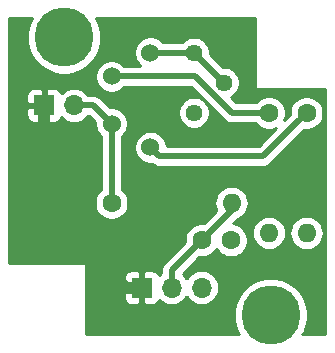
<source format=gtl>
G04 #@! TF.GenerationSoftware,KiCad,Pcbnew,(5.1.4)-1*
G04 #@! TF.CreationDate,2019-09-09T23:48:02+02:00*
G04 #@! TF.ProjectId,PTC,5054432e-6b69-4636-9164-5f7063625858,rev?*
G04 #@! TF.SameCoordinates,PXe4e1c0PY29f6300*
G04 #@! TF.FileFunction,Copper,L1,Top*
G04 #@! TF.FilePolarity,Positive*
%FSLAX46Y46*%
G04 Gerber Fmt 4.6, Leading zero omitted, Abs format (unit mm)*
G04 Created by KiCad (PCBNEW (5.1.4)-1) date 2019-09-09 23:48:02*
%MOMM*%
%LPD*%
G04 APERTURE LIST*
%ADD10O,1.700000X1.700000*%
%ADD11R,1.700000X1.700000*%
%ADD12C,1.524000*%
%ADD13C,1.440000*%
%ADD14O,1.600000X1.600000*%
%ADD15C,1.600000*%
%ADD16C,5.000000*%
%ADD17C,1.000000*%
%ADD18C,0.500000*%
%ADD19C,0.254000*%
G04 APERTURE END LIST*
D10*
X6590000Y20505000D03*
D11*
X4050000Y20505000D03*
D10*
X17385000Y5074500D03*
X14845000Y5074500D03*
D11*
X12305000Y5074500D03*
D12*
X13065000Y16950000D03*
X9765000Y22950000D03*
X13065000Y24950000D03*
X9765000Y18950000D03*
D13*
X16750000Y19870000D03*
X19290000Y22410000D03*
X16750000Y24950000D03*
D14*
X19925000Y12250000D03*
D15*
X9765000Y12250000D03*
D14*
X23100000Y9710000D03*
D15*
X23100000Y19870000D03*
D14*
X26275000Y9710000D03*
D15*
X26275000Y19870000D03*
X19885000Y9075000D03*
X17385000Y9075000D03*
D16*
X23250000Y2750000D03*
X5750000Y26250000D03*
D17*
X10955000Y5074500D02*
X12305000Y5074500D01*
X4050000Y20505000D02*
X4050000Y11979500D01*
X4050000Y11979500D02*
X10955000Y5074500D01*
D18*
X25475001Y19070001D02*
X26275000Y19870000D01*
X22593001Y16188001D02*
X25475001Y19070001D01*
X13826999Y16188001D02*
X22593001Y16188001D01*
X13065000Y16950000D02*
X13826999Y16188001D01*
X21968630Y19870000D02*
X23100000Y19870000D01*
X19950398Y19870000D02*
X21968630Y19870000D01*
X16870398Y22950000D02*
X19950398Y19870000D01*
X9765000Y22950000D02*
X16870398Y22950000D01*
X8210000Y20505000D02*
X9765000Y18950000D01*
X6590000Y20505000D02*
X8210000Y20505000D01*
X9765000Y12250000D02*
X9765000Y18950000D01*
X16750000Y24950000D02*
X19290000Y22410000D01*
X13065000Y24950000D02*
X16750000Y24950000D01*
X14845000Y6535000D02*
X17385000Y9075000D01*
X14845000Y5074500D02*
X14845000Y6535000D01*
X19925000Y11615000D02*
X17385000Y9075000D01*
X19925000Y12250000D02*
X19925000Y11615000D01*
D19*
G36*
X2971799Y27734979D02*
G01*
X2735476Y27164446D01*
X2615000Y26558771D01*
X2615000Y25941229D01*
X2735476Y25335554D01*
X2971799Y24765021D01*
X3314886Y24251554D01*
X3751554Y23814886D01*
X4265021Y23471799D01*
X4835554Y23235476D01*
X5441229Y23115000D01*
X6058771Y23115000D01*
X6664446Y23235476D01*
X7234979Y23471799D01*
X7748446Y23814886D01*
X8185114Y24251554D01*
X8528201Y24765021D01*
X8764524Y25335554D01*
X8885000Y25941229D01*
X8885000Y26558771D01*
X8764524Y27164446D01*
X8528201Y27734979D01*
X8435978Y27873000D01*
X21873000Y27873000D01*
X21873000Y22000000D01*
X21875440Y21975224D01*
X21882667Y21951399D01*
X21894403Y21929443D01*
X21910197Y21910197D01*
X21929443Y21894403D01*
X21951399Y21882667D01*
X21975224Y21875440D01*
X22000000Y21873000D01*
X27873000Y21873000D01*
X27873000Y1127000D01*
X25935978Y1127000D01*
X26028201Y1265021D01*
X26264524Y1835554D01*
X26385000Y2441229D01*
X26385000Y3058771D01*
X26264524Y3664446D01*
X26028201Y4234979D01*
X25685114Y4748446D01*
X25248446Y5185114D01*
X24734979Y5528201D01*
X24164446Y5764524D01*
X23558771Y5885000D01*
X22941229Y5885000D01*
X22335554Y5764524D01*
X21765021Y5528201D01*
X21251554Y5185114D01*
X20814886Y4748446D01*
X20471799Y4234979D01*
X20235476Y3664446D01*
X20115000Y3058771D01*
X20115000Y2441229D01*
X20235476Y1835554D01*
X20471799Y1265021D01*
X20564022Y1127000D01*
X7627000Y1127000D01*
X7627000Y4224500D01*
X10816928Y4224500D01*
X10829188Y4100018D01*
X10865498Y3980320D01*
X10924463Y3870006D01*
X11003815Y3773315D01*
X11100506Y3693963D01*
X11210820Y3634998D01*
X11330518Y3598688D01*
X11455000Y3586428D01*
X12019250Y3589500D01*
X12178000Y3748250D01*
X12178000Y4947500D01*
X10978750Y4947500D01*
X10820000Y4788750D01*
X10816928Y4224500D01*
X7627000Y4224500D01*
X7627000Y5924500D01*
X10816928Y5924500D01*
X10820000Y5360250D01*
X10978750Y5201500D01*
X12178000Y5201500D01*
X12178000Y6400750D01*
X12432000Y6400750D01*
X12432000Y5201500D01*
X12452000Y5201500D01*
X12452000Y4947500D01*
X12432000Y4947500D01*
X12432000Y3748250D01*
X12590750Y3589500D01*
X13155000Y3586428D01*
X13279482Y3598688D01*
X13399180Y3634998D01*
X13509494Y3693963D01*
X13606185Y3773315D01*
X13685537Y3870006D01*
X13744502Y3980320D01*
X13765393Y4049187D01*
X13789866Y4019366D01*
X14015986Y3833794D01*
X14273966Y3695901D01*
X14553889Y3610987D01*
X14772050Y3589500D01*
X14917950Y3589500D01*
X15136111Y3610987D01*
X15416034Y3695901D01*
X15674014Y3833794D01*
X15900134Y4019366D01*
X16085706Y4245486D01*
X16115000Y4300291D01*
X16144294Y4245486D01*
X16329866Y4019366D01*
X16555986Y3833794D01*
X16813966Y3695901D01*
X17093889Y3610987D01*
X17312050Y3589500D01*
X17457950Y3589500D01*
X17676111Y3610987D01*
X17956034Y3695901D01*
X18214014Y3833794D01*
X18440134Y4019366D01*
X18625706Y4245486D01*
X18763599Y4503466D01*
X18848513Y4783389D01*
X18877185Y5074500D01*
X18848513Y5365611D01*
X18763599Y5645534D01*
X18625706Y5903514D01*
X18440134Y6129634D01*
X18214014Y6315206D01*
X17956034Y6453099D01*
X17676111Y6538013D01*
X17457950Y6559500D01*
X17312050Y6559500D01*
X17093889Y6538013D01*
X16813966Y6453099D01*
X16555986Y6315206D01*
X16329866Y6129634D01*
X16144294Y5903514D01*
X16115000Y5848709D01*
X16085706Y5903514D01*
X15900134Y6129634D01*
X15785385Y6223806D01*
X17208561Y7646983D01*
X17243665Y7640000D01*
X17526335Y7640000D01*
X17803574Y7695147D01*
X18064727Y7803320D01*
X18299759Y7960363D01*
X18499637Y8160241D01*
X18635000Y8362827D01*
X18770363Y8160241D01*
X18970241Y7960363D01*
X19205273Y7803320D01*
X19466426Y7695147D01*
X19743665Y7640000D01*
X20026335Y7640000D01*
X20303574Y7695147D01*
X20564727Y7803320D01*
X20799759Y7960363D01*
X20999637Y8160241D01*
X21156680Y8395273D01*
X21264853Y8656426D01*
X21320000Y8933665D01*
X21320000Y9216335D01*
X21264853Y9493574D01*
X21175207Y9710000D01*
X21658057Y9710000D01*
X21685764Y9428691D01*
X21767818Y9158192D01*
X21901068Y8908899D01*
X22080392Y8690392D01*
X22298899Y8511068D01*
X22548192Y8377818D01*
X22818691Y8295764D01*
X23029508Y8275000D01*
X23170492Y8275000D01*
X23381309Y8295764D01*
X23651808Y8377818D01*
X23901101Y8511068D01*
X24119608Y8690392D01*
X24298932Y8908899D01*
X24432182Y9158192D01*
X24514236Y9428691D01*
X24541943Y9710000D01*
X24833057Y9710000D01*
X24860764Y9428691D01*
X24942818Y9158192D01*
X25076068Y8908899D01*
X25255392Y8690392D01*
X25473899Y8511068D01*
X25723192Y8377818D01*
X25993691Y8295764D01*
X26204508Y8275000D01*
X26345492Y8275000D01*
X26556309Y8295764D01*
X26826808Y8377818D01*
X27076101Y8511068D01*
X27294608Y8690392D01*
X27473932Y8908899D01*
X27607182Y9158192D01*
X27689236Y9428691D01*
X27716943Y9710000D01*
X27689236Y9991309D01*
X27607182Y10261808D01*
X27473932Y10511101D01*
X27294608Y10729608D01*
X27076101Y10908932D01*
X26826808Y11042182D01*
X26556309Y11124236D01*
X26345492Y11145000D01*
X26204508Y11145000D01*
X25993691Y11124236D01*
X25723192Y11042182D01*
X25473899Y10908932D01*
X25255392Y10729608D01*
X25076068Y10511101D01*
X24942818Y10261808D01*
X24860764Y9991309D01*
X24833057Y9710000D01*
X24541943Y9710000D01*
X24514236Y9991309D01*
X24432182Y10261808D01*
X24298932Y10511101D01*
X24119608Y10729608D01*
X23901101Y10908932D01*
X23651808Y11042182D01*
X23381309Y11124236D01*
X23170492Y11145000D01*
X23029508Y11145000D01*
X22818691Y11124236D01*
X22548192Y11042182D01*
X22298899Y10908932D01*
X22080392Y10729608D01*
X21901068Y10511101D01*
X21767818Y10261808D01*
X21685764Y9991309D01*
X21658057Y9710000D01*
X21175207Y9710000D01*
X21156680Y9754727D01*
X20999637Y9989759D01*
X20799759Y10189637D01*
X20564727Y10346680D01*
X20303574Y10454853D01*
X20064072Y10502493D01*
X20482370Y10920791D01*
X20726101Y11051068D01*
X20944608Y11230392D01*
X21123932Y11448899D01*
X21257182Y11698192D01*
X21339236Y11968691D01*
X21366943Y12250000D01*
X21339236Y12531309D01*
X21257182Y12801808D01*
X21123932Y13051101D01*
X20944608Y13269608D01*
X20726101Y13448932D01*
X20476808Y13582182D01*
X20206309Y13664236D01*
X19995492Y13685000D01*
X19854508Y13685000D01*
X19643691Y13664236D01*
X19373192Y13582182D01*
X19123899Y13448932D01*
X18905392Y13269608D01*
X18726068Y13051101D01*
X18592818Y12801808D01*
X18510764Y12531309D01*
X18483057Y12250000D01*
X18510764Y11968691D01*
X18592818Y11698192D01*
X18649872Y11591451D01*
X17561439Y10503017D01*
X17526335Y10510000D01*
X17243665Y10510000D01*
X16966426Y10454853D01*
X16705273Y10346680D01*
X16470241Y10189637D01*
X16270363Y9989759D01*
X16113320Y9754727D01*
X16005147Y9493574D01*
X15950000Y9216335D01*
X15950000Y8933665D01*
X15956983Y8898561D01*
X14249951Y7191529D01*
X14216184Y7163817D01*
X14188471Y7130049D01*
X14188468Y7130046D01*
X14105590Y7029059D01*
X14023412Y6875313D01*
X13972805Y6708490D01*
X13955719Y6535000D01*
X13960001Y6491521D01*
X13960001Y6269260D01*
X13789866Y6129634D01*
X13765393Y6099813D01*
X13744502Y6168680D01*
X13685537Y6278994D01*
X13606185Y6375685D01*
X13509494Y6455037D01*
X13399180Y6514002D01*
X13279482Y6550312D01*
X13155000Y6562572D01*
X12590750Y6559500D01*
X12432000Y6400750D01*
X12178000Y6400750D01*
X12019250Y6559500D01*
X11455000Y6562572D01*
X11330518Y6550312D01*
X11210820Y6514002D01*
X11100506Y6455037D01*
X11003815Y6375685D01*
X10924463Y6278994D01*
X10865498Y6168680D01*
X10829188Y6048982D01*
X10816928Y5924500D01*
X7627000Y5924500D01*
X7627000Y7000000D01*
X7624560Y7024776D01*
X7617333Y7048601D01*
X7605597Y7070557D01*
X7589803Y7089803D01*
X7570557Y7105597D01*
X7548601Y7117333D01*
X7524776Y7124560D01*
X7500000Y7127000D01*
X1127000Y7127000D01*
X1127000Y19655000D01*
X2561928Y19655000D01*
X2574188Y19530518D01*
X2610498Y19410820D01*
X2669463Y19300506D01*
X2748815Y19203815D01*
X2845506Y19124463D01*
X2955820Y19065498D01*
X3075518Y19029188D01*
X3200000Y19016928D01*
X3764250Y19020000D01*
X3923000Y19178750D01*
X3923000Y20378000D01*
X2723750Y20378000D01*
X2565000Y20219250D01*
X2561928Y19655000D01*
X1127000Y19655000D01*
X1127000Y21355000D01*
X2561928Y21355000D01*
X2565000Y20790750D01*
X2723750Y20632000D01*
X3923000Y20632000D01*
X3923000Y21831250D01*
X4177000Y21831250D01*
X4177000Y20632000D01*
X4197000Y20632000D01*
X4197000Y20378000D01*
X4177000Y20378000D01*
X4177000Y19178750D01*
X4335750Y19020000D01*
X4900000Y19016928D01*
X5024482Y19029188D01*
X5144180Y19065498D01*
X5254494Y19124463D01*
X5351185Y19203815D01*
X5430537Y19300506D01*
X5489502Y19410820D01*
X5510393Y19479687D01*
X5534866Y19449866D01*
X5760986Y19264294D01*
X6018966Y19126401D01*
X6298889Y19041487D01*
X6517050Y19020000D01*
X6662950Y19020000D01*
X6881111Y19041487D01*
X7161034Y19126401D01*
X7419014Y19264294D01*
X7645134Y19449866D01*
X7784759Y19620000D01*
X7843422Y19620000D01*
X8369299Y19094122D01*
X8368000Y19087592D01*
X8368000Y18812408D01*
X8421686Y18542510D01*
X8526995Y18288273D01*
X8679880Y18059465D01*
X8874465Y17864880D01*
X8880001Y17861181D01*
X8880000Y13384521D01*
X8850241Y13364637D01*
X8650363Y13164759D01*
X8493320Y12929727D01*
X8385147Y12668574D01*
X8330000Y12391335D01*
X8330000Y12108665D01*
X8385147Y11831426D01*
X8493320Y11570273D01*
X8650363Y11335241D01*
X8850241Y11135363D01*
X9085273Y10978320D01*
X9346426Y10870147D01*
X9623665Y10815000D01*
X9906335Y10815000D01*
X10183574Y10870147D01*
X10444727Y10978320D01*
X10679759Y11135363D01*
X10879637Y11335241D01*
X11036680Y11570273D01*
X11144853Y11831426D01*
X11200000Y12108665D01*
X11200000Y12391335D01*
X11144853Y12668574D01*
X11036680Y12929727D01*
X10879637Y13164759D01*
X10679759Y13364637D01*
X10650000Y13384521D01*
X10650000Y17861182D01*
X10655535Y17864880D01*
X10850120Y18059465D01*
X11003005Y18288273D01*
X11108314Y18542510D01*
X11162000Y18812408D01*
X11162000Y19087592D01*
X11108314Y19357490D01*
X11003005Y19611727D01*
X10850120Y19840535D01*
X10687199Y20003456D01*
X15395000Y20003456D01*
X15395000Y19736544D01*
X15447072Y19474761D01*
X15549215Y19228167D01*
X15697503Y19006238D01*
X15886238Y18817503D01*
X16108167Y18669215D01*
X16354761Y18567072D01*
X16616544Y18515000D01*
X16883456Y18515000D01*
X17145239Y18567072D01*
X17391833Y18669215D01*
X17613762Y18817503D01*
X17802497Y19006238D01*
X17950785Y19228167D01*
X18052928Y19474761D01*
X18105000Y19736544D01*
X18105000Y20003456D01*
X18052928Y20265239D01*
X17950785Y20511833D01*
X17802497Y20733762D01*
X17613762Y20922497D01*
X17391833Y21070785D01*
X17145239Y21172928D01*
X16883456Y21225000D01*
X16616544Y21225000D01*
X16354761Y21172928D01*
X16108167Y21070785D01*
X15886238Y20922497D01*
X15697503Y20733762D01*
X15549215Y20511833D01*
X15447072Y20265239D01*
X15395000Y20003456D01*
X10687199Y20003456D01*
X10655535Y20035120D01*
X10426727Y20188005D01*
X10172490Y20293314D01*
X9902592Y20347000D01*
X9627408Y20347000D01*
X9620878Y20345701D01*
X8866534Y21100044D01*
X8838817Y21133817D01*
X8704059Y21244411D01*
X8550313Y21326589D01*
X8383490Y21377195D01*
X8253477Y21390000D01*
X8253469Y21390000D01*
X8210000Y21394281D01*
X8166531Y21390000D01*
X7784759Y21390000D01*
X7645134Y21560134D01*
X7419014Y21745706D01*
X7161034Y21883599D01*
X6881111Y21968513D01*
X6662950Y21990000D01*
X6517050Y21990000D01*
X6298889Y21968513D01*
X6018966Y21883599D01*
X5760986Y21745706D01*
X5534866Y21560134D01*
X5510393Y21530313D01*
X5489502Y21599180D01*
X5430537Y21709494D01*
X5351185Y21806185D01*
X5254494Y21885537D01*
X5144180Y21944502D01*
X5024482Y21980812D01*
X4900000Y21993072D01*
X4335750Y21990000D01*
X4177000Y21831250D01*
X3923000Y21831250D01*
X3764250Y21990000D01*
X3200000Y21993072D01*
X3075518Y21980812D01*
X2955820Y21944502D01*
X2845506Y21885537D01*
X2748815Y21806185D01*
X2669463Y21709494D01*
X2610498Y21599180D01*
X2574188Y21479482D01*
X2561928Y21355000D01*
X1127000Y21355000D01*
X1127000Y23087592D01*
X8368000Y23087592D01*
X8368000Y22812408D01*
X8421686Y22542510D01*
X8526995Y22288273D01*
X8679880Y22059465D01*
X8874465Y21864880D01*
X9103273Y21711995D01*
X9357510Y21606686D01*
X9627408Y21553000D01*
X9902592Y21553000D01*
X10172490Y21606686D01*
X10426727Y21711995D01*
X10655535Y21864880D01*
X10850120Y22059465D01*
X10853818Y22065000D01*
X16503820Y22065000D01*
X19293866Y19274953D01*
X19321581Y19241183D01*
X19355349Y19213470D01*
X19355351Y19213468D01*
X19383614Y19190273D01*
X19456339Y19130589D01*
X19610085Y19048411D01*
X19776908Y18997805D01*
X19906921Y18985000D01*
X19906929Y18985000D01*
X19950398Y18980719D01*
X19993867Y18985000D01*
X21965479Y18985000D01*
X21985363Y18955241D01*
X22185241Y18755363D01*
X22420273Y18598320D01*
X22681426Y18490147D01*
X22958665Y18435000D01*
X23241335Y18435000D01*
X23518574Y18490147D01*
X23731953Y18578531D01*
X22226423Y17073001D01*
X14462000Y17073001D01*
X14462000Y17087592D01*
X14408314Y17357490D01*
X14303005Y17611727D01*
X14150120Y17840535D01*
X13955535Y18035120D01*
X13726727Y18188005D01*
X13472490Y18293314D01*
X13202592Y18347000D01*
X12927408Y18347000D01*
X12657510Y18293314D01*
X12403273Y18188005D01*
X12174465Y18035120D01*
X11979880Y17840535D01*
X11826995Y17611727D01*
X11721686Y17357490D01*
X11668000Y17087592D01*
X11668000Y16812408D01*
X11721686Y16542510D01*
X11826995Y16288273D01*
X11979880Y16059465D01*
X12174465Y15864880D01*
X12403273Y15711995D01*
X12657510Y15606686D01*
X12927408Y15553000D01*
X13202592Y15553000D01*
X13205107Y15553500D01*
X13231950Y15531471D01*
X13231952Y15531469D01*
X13303451Y15472791D01*
X13332940Y15448590D01*
X13486686Y15366412D01*
X13653509Y15315806D01*
X13783522Y15303001D01*
X13783532Y15303001D01*
X13826998Y15298720D01*
X13870464Y15303001D01*
X22549532Y15303001D01*
X22593001Y15298720D01*
X22636470Y15303001D01*
X22636478Y15303001D01*
X22766491Y15315806D01*
X22933314Y15366412D01*
X23087060Y15448590D01*
X23221818Y15559184D01*
X23249535Y15592957D01*
X26098562Y18441983D01*
X26133665Y18435000D01*
X26416335Y18435000D01*
X26693574Y18490147D01*
X26954727Y18598320D01*
X27189759Y18755363D01*
X27389637Y18955241D01*
X27546680Y19190273D01*
X27654853Y19451426D01*
X27710000Y19728665D01*
X27710000Y20011335D01*
X27654853Y20288574D01*
X27546680Y20549727D01*
X27389637Y20784759D01*
X27189759Y20984637D01*
X26954727Y21141680D01*
X26693574Y21249853D01*
X26416335Y21305000D01*
X26133665Y21305000D01*
X25856426Y21249853D01*
X25595273Y21141680D01*
X25360241Y20984637D01*
X25160363Y20784759D01*
X25003320Y20549727D01*
X24895147Y20288574D01*
X24840000Y20011335D01*
X24840000Y19728665D01*
X24846983Y19693562D01*
X24391469Y19238048D01*
X24479853Y19451426D01*
X24535000Y19728665D01*
X24535000Y20011335D01*
X24479853Y20288574D01*
X24371680Y20549727D01*
X24214637Y20784759D01*
X24014759Y20984637D01*
X23779727Y21141680D01*
X23518574Y21249853D01*
X23241335Y21305000D01*
X22958665Y21305000D01*
X22681426Y21249853D01*
X22420273Y21141680D01*
X22185241Y20984637D01*
X21985363Y20784759D01*
X21965479Y20755000D01*
X20316977Y20755000D01*
X19882992Y21188984D01*
X19931833Y21209215D01*
X20153762Y21357503D01*
X20342497Y21546238D01*
X20490785Y21768167D01*
X20592928Y22014761D01*
X20645000Y22276544D01*
X20645000Y22543456D01*
X20592928Y22805239D01*
X20490785Y23051833D01*
X20342497Y23273762D01*
X20153762Y23462497D01*
X19931833Y23610785D01*
X19685239Y23712928D01*
X19423456Y23765000D01*
X19186579Y23765000D01*
X18105000Y24846578D01*
X18105000Y25083456D01*
X18052928Y25345239D01*
X17950785Y25591833D01*
X17802497Y25813762D01*
X17613762Y26002497D01*
X17391833Y26150785D01*
X17145239Y26252928D01*
X16883456Y26305000D01*
X16616544Y26305000D01*
X16354761Y26252928D01*
X16108167Y26150785D01*
X15886238Y26002497D01*
X15718741Y25835000D01*
X14153818Y25835000D01*
X14150120Y25840535D01*
X13955535Y26035120D01*
X13726727Y26188005D01*
X13472490Y26293314D01*
X13202592Y26347000D01*
X12927408Y26347000D01*
X12657510Y26293314D01*
X12403273Y26188005D01*
X12174465Y26035120D01*
X11979880Y25840535D01*
X11826995Y25611727D01*
X11721686Y25357490D01*
X11668000Y25087592D01*
X11668000Y24812408D01*
X11721686Y24542510D01*
X11826995Y24288273D01*
X11979880Y24059465D01*
X12174465Y23864880D01*
X12219183Y23835000D01*
X10853818Y23835000D01*
X10850120Y23840535D01*
X10655535Y24035120D01*
X10426727Y24188005D01*
X10172490Y24293314D01*
X9902592Y24347000D01*
X9627408Y24347000D01*
X9357510Y24293314D01*
X9103273Y24188005D01*
X8874465Y24035120D01*
X8679880Y23840535D01*
X8526995Y23611727D01*
X8421686Y23357490D01*
X8368000Y23087592D01*
X1127000Y23087592D01*
X1127000Y27873000D01*
X3064022Y27873000D01*
X2971799Y27734979D01*
X2971799Y27734979D01*
G37*
X2971799Y27734979D02*
X2735476Y27164446D01*
X2615000Y26558771D01*
X2615000Y25941229D01*
X2735476Y25335554D01*
X2971799Y24765021D01*
X3314886Y24251554D01*
X3751554Y23814886D01*
X4265021Y23471799D01*
X4835554Y23235476D01*
X5441229Y23115000D01*
X6058771Y23115000D01*
X6664446Y23235476D01*
X7234979Y23471799D01*
X7748446Y23814886D01*
X8185114Y24251554D01*
X8528201Y24765021D01*
X8764524Y25335554D01*
X8885000Y25941229D01*
X8885000Y26558771D01*
X8764524Y27164446D01*
X8528201Y27734979D01*
X8435978Y27873000D01*
X21873000Y27873000D01*
X21873000Y22000000D01*
X21875440Y21975224D01*
X21882667Y21951399D01*
X21894403Y21929443D01*
X21910197Y21910197D01*
X21929443Y21894403D01*
X21951399Y21882667D01*
X21975224Y21875440D01*
X22000000Y21873000D01*
X27873000Y21873000D01*
X27873000Y1127000D01*
X25935978Y1127000D01*
X26028201Y1265021D01*
X26264524Y1835554D01*
X26385000Y2441229D01*
X26385000Y3058771D01*
X26264524Y3664446D01*
X26028201Y4234979D01*
X25685114Y4748446D01*
X25248446Y5185114D01*
X24734979Y5528201D01*
X24164446Y5764524D01*
X23558771Y5885000D01*
X22941229Y5885000D01*
X22335554Y5764524D01*
X21765021Y5528201D01*
X21251554Y5185114D01*
X20814886Y4748446D01*
X20471799Y4234979D01*
X20235476Y3664446D01*
X20115000Y3058771D01*
X20115000Y2441229D01*
X20235476Y1835554D01*
X20471799Y1265021D01*
X20564022Y1127000D01*
X7627000Y1127000D01*
X7627000Y4224500D01*
X10816928Y4224500D01*
X10829188Y4100018D01*
X10865498Y3980320D01*
X10924463Y3870006D01*
X11003815Y3773315D01*
X11100506Y3693963D01*
X11210820Y3634998D01*
X11330518Y3598688D01*
X11455000Y3586428D01*
X12019250Y3589500D01*
X12178000Y3748250D01*
X12178000Y4947500D01*
X10978750Y4947500D01*
X10820000Y4788750D01*
X10816928Y4224500D01*
X7627000Y4224500D01*
X7627000Y5924500D01*
X10816928Y5924500D01*
X10820000Y5360250D01*
X10978750Y5201500D01*
X12178000Y5201500D01*
X12178000Y6400750D01*
X12432000Y6400750D01*
X12432000Y5201500D01*
X12452000Y5201500D01*
X12452000Y4947500D01*
X12432000Y4947500D01*
X12432000Y3748250D01*
X12590750Y3589500D01*
X13155000Y3586428D01*
X13279482Y3598688D01*
X13399180Y3634998D01*
X13509494Y3693963D01*
X13606185Y3773315D01*
X13685537Y3870006D01*
X13744502Y3980320D01*
X13765393Y4049187D01*
X13789866Y4019366D01*
X14015986Y3833794D01*
X14273966Y3695901D01*
X14553889Y3610987D01*
X14772050Y3589500D01*
X14917950Y3589500D01*
X15136111Y3610987D01*
X15416034Y3695901D01*
X15674014Y3833794D01*
X15900134Y4019366D01*
X16085706Y4245486D01*
X16115000Y4300291D01*
X16144294Y4245486D01*
X16329866Y4019366D01*
X16555986Y3833794D01*
X16813966Y3695901D01*
X17093889Y3610987D01*
X17312050Y3589500D01*
X17457950Y3589500D01*
X17676111Y3610987D01*
X17956034Y3695901D01*
X18214014Y3833794D01*
X18440134Y4019366D01*
X18625706Y4245486D01*
X18763599Y4503466D01*
X18848513Y4783389D01*
X18877185Y5074500D01*
X18848513Y5365611D01*
X18763599Y5645534D01*
X18625706Y5903514D01*
X18440134Y6129634D01*
X18214014Y6315206D01*
X17956034Y6453099D01*
X17676111Y6538013D01*
X17457950Y6559500D01*
X17312050Y6559500D01*
X17093889Y6538013D01*
X16813966Y6453099D01*
X16555986Y6315206D01*
X16329866Y6129634D01*
X16144294Y5903514D01*
X16115000Y5848709D01*
X16085706Y5903514D01*
X15900134Y6129634D01*
X15785385Y6223806D01*
X17208561Y7646983D01*
X17243665Y7640000D01*
X17526335Y7640000D01*
X17803574Y7695147D01*
X18064727Y7803320D01*
X18299759Y7960363D01*
X18499637Y8160241D01*
X18635000Y8362827D01*
X18770363Y8160241D01*
X18970241Y7960363D01*
X19205273Y7803320D01*
X19466426Y7695147D01*
X19743665Y7640000D01*
X20026335Y7640000D01*
X20303574Y7695147D01*
X20564727Y7803320D01*
X20799759Y7960363D01*
X20999637Y8160241D01*
X21156680Y8395273D01*
X21264853Y8656426D01*
X21320000Y8933665D01*
X21320000Y9216335D01*
X21264853Y9493574D01*
X21175207Y9710000D01*
X21658057Y9710000D01*
X21685764Y9428691D01*
X21767818Y9158192D01*
X21901068Y8908899D01*
X22080392Y8690392D01*
X22298899Y8511068D01*
X22548192Y8377818D01*
X22818691Y8295764D01*
X23029508Y8275000D01*
X23170492Y8275000D01*
X23381309Y8295764D01*
X23651808Y8377818D01*
X23901101Y8511068D01*
X24119608Y8690392D01*
X24298932Y8908899D01*
X24432182Y9158192D01*
X24514236Y9428691D01*
X24541943Y9710000D01*
X24833057Y9710000D01*
X24860764Y9428691D01*
X24942818Y9158192D01*
X25076068Y8908899D01*
X25255392Y8690392D01*
X25473899Y8511068D01*
X25723192Y8377818D01*
X25993691Y8295764D01*
X26204508Y8275000D01*
X26345492Y8275000D01*
X26556309Y8295764D01*
X26826808Y8377818D01*
X27076101Y8511068D01*
X27294608Y8690392D01*
X27473932Y8908899D01*
X27607182Y9158192D01*
X27689236Y9428691D01*
X27716943Y9710000D01*
X27689236Y9991309D01*
X27607182Y10261808D01*
X27473932Y10511101D01*
X27294608Y10729608D01*
X27076101Y10908932D01*
X26826808Y11042182D01*
X26556309Y11124236D01*
X26345492Y11145000D01*
X26204508Y11145000D01*
X25993691Y11124236D01*
X25723192Y11042182D01*
X25473899Y10908932D01*
X25255392Y10729608D01*
X25076068Y10511101D01*
X24942818Y10261808D01*
X24860764Y9991309D01*
X24833057Y9710000D01*
X24541943Y9710000D01*
X24514236Y9991309D01*
X24432182Y10261808D01*
X24298932Y10511101D01*
X24119608Y10729608D01*
X23901101Y10908932D01*
X23651808Y11042182D01*
X23381309Y11124236D01*
X23170492Y11145000D01*
X23029508Y11145000D01*
X22818691Y11124236D01*
X22548192Y11042182D01*
X22298899Y10908932D01*
X22080392Y10729608D01*
X21901068Y10511101D01*
X21767818Y10261808D01*
X21685764Y9991309D01*
X21658057Y9710000D01*
X21175207Y9710000D01*
X21156680Y9754727D01*
X20999637Y9989759D01*
X20799759Y10189637D01*
X20564727Y10346680D01*
X20303574Y10454853D01*
X20064072Y10502493D01*
X20482370Y10920791D01*
X20726101Y11051068D01*
X20944608Y11230392D01*
X21123932Y11448899D01*
X21257182Y11698192D01*
X21339236Y11968691D01*
X21366943Y12250000D01*
X21339236Y12531309D01*
X21257182Y12801808D01*
X21123932Y13051101D01*
X20944608Y13269608D01*
X20726101Y13448932D01*
X20476808Y13582182D01*
X20206309Y13664236D01*
X19995492Y13685000D01*
X19854508Y13685000D01*
X19643691Y13664236D01*
X19373192Y13582182D01*
X19123899Y13448932D01*
X18905392Y13269608D01*
X18726068Y13051101D01*
X18592818Y12801808D01*
X18510764Y12531309D01*
X18483057Y12250000D01*
X18510764Y11968691D01*
X18592818Y11698192D01*
X18649872Y11591451D01*
X17561439Y10503017D01*
X17526335Y10510000D01*
X17243665Y10510000D01*
X16966426Y10454853D01*
X16705273Y10346680D01*
X16470241Y10189637D01*
X16270363Y9989759D01*
X16113320Y9754727D01*
X16005147Y9493574D01*
X15950000Y9216335D01*
X15950000Y8933665D01*
X15956983Y8898561D01*
X14249951Y7191529D01*
X14216184Y7163817D01*
X14188471Y7130049D01*
X14188468Y7130046D01*
X14105590Y7029059D01*
X14023412Y6875313D01*
X13972805Y6708490D01*
X13955719Y6535000D01*
X13960001Y6491521D01*
X13960001Y6269260D01*
X13789866Y6129634D01*
X13765393Y6099813D01*
X13744502Y6168680D01*
X13685537Y6278994D01*
X13606185Y6375685D01*
X13509494Y6455037D01*
X13399180Y6514002D01*
X13279482Y6550312D01*
X13155000Y6562572D01*
X12590750Y6559500D01*
X12432000Y6400750D01*
X12178000Y6400750D01*
X12019250Y6559500D01*
X11455000Y6562572D01*
X11330518Y6550312D01*
X11210820Y6514002D01*
X11100506Y6455037D01*
X11003815Y6375685D01*
X10924463Y6278994D01*
X10865498Y6168680D01*
X10829188Y6048982D01*
X10816928Y5924500D01*
X7627000Y5924500D01*
X7627000Y7000000D01*
X7624560Y7024776D01*
X7617333Y7048601D01*
X7605597Y7070557D01*
X7589803Y7089803D01*
X7570557Y7105597D01*
X7548601Y7117333D01*
X7524776Y7124560D01*
X7500000Y7127000D01*
X1127000Y7127000D01*
X1127000Y19655000D01*
X2561928Y19655000D01*
X2574188Y19530518D01*
X2610498Y19410820D01*
X2669463Y19300506D01*
X2748815Y19203815D01*
X2845506Y19124463D01*
X2955820Y19065498D01*
X3075518Y19029188D01*
X3200000Y19016928D01*
X3764250Y19020000D01*
X3923000Y19178750D01*
X3923000Y20378000D01*
X2723750Y20378000D01*
X2565000Y20219250D01*
X2561928Y19655000D01*
X1127000Y19655000D01*
X1127000Y21355000D01*
X2561928Y21355000D01*
X2565000Y20790750D01*
X2723750Y20632000D01*
X3923000Y20632000D01*
X3923000Y21831250D01*
X4177000Y21831250D01*
X4177000Y20632000D01*
X4197000Y20632000D01*
X4197000Y20378000D01*
X4177000Y20378000D01*
X4177000Y19178750D01*
X4335750Y19020000D01*
X4900000Y19016928D01*
X5024482Y19029188D01*
X5144180Y19065498D01*
X5254494Y19124463D01*
X5351185Y19203815D01*
X5430537Y19300506D01*
X5489502Y19410820D01*
X5510393Y19479687D01*
X5534866Y19449866D01*
X5760986Y19264294D01*
X6018966Y19126401D01*
X6298889Y19041487D01*
X6517050Y19020000D01*
X6662950Y19020000D01*
X6881111Y19041487D01*
X7161034Y19126401D01*
X7419014Y19264294D01*
X7645134Y19449866D01*
X7784759Y19620000D01*
X7843422Y19620000D01*
X8369299Y19094122D01*
X8368000Y19087592D01*
X8368000Y18812408D01*
X8421686Y18542510D01*
X8526995Y18288273D01*
X8679880Y18059465D01*
X8874465Y17864880D01*
X8880001Y17861181D01*
X8880000Y13384521D01*
X8850241Y13364637D01*
X8650363Y13164759D01*
X8493320Y12929727D01*
X8385147Y12668574D01*
X8330000Y12391335D01*
X8330000Y12108665D01*
X8385147Y11831426D01*
X8493320Y11570273D01*
X8650363Y11335241D01*
X8850241Y11135363D01*
X9085273Y10978320D01*
X9346426Y10870147D01*
X9623665Y10815000D01*
X9906335Y10815000D01*
X10183574Y10870147D01*
X10444727Y10978320D01*
X10679759Y11135363D01*
X10879637Y11335241D01*
X11036680Y11570273D01*
X11144853Y11831426D01*
X11200000Y12108665D01*
X11200000Y12391335D01*
X11144853Y12668574D01*
X11036680Y12929727D01*
X10879637Y13164759D01*
X10679759Y13364637D01*
X10650000Y13384521D01*
X10650000Y17861182D01*
X10655535Y17864880D01*
X10850120Y18059465D01*
X11003005Y18288273D01*
X11108314Y18542510D01*
X11162000Y18812408D01*
X11162000Y19087592D01*
X11108314Y19357490D01*
X11003005Y19611727D01*
X10850120Y19840535D01*
X10687199Y20003456D01*
X15395000Y20003456D01*
X15395000Y19736544D01*
X15447072Y19474761D01*
X15549215Y19228167D01*
X15697503Y19006238D01*
X15886238Y18817503D01*
X16108167Y18669215D01*
X16354761Y18567072D01*
X16616544Y18515000D01*
X16883456Y18515000D01*
X17145239Y18567072D01*
X17391833Y18669215D01*
X17613762Y18817503D01*
X17802497Y19006238D01*
X17950785Y19228167D01*
X18052928Y19474761D01*
X18105000Y19736544D01*
X18105000Y20003456D01*
X18052928Y20265239D01*
X17950785Y20511833D01*
X17802497Y20733762D01*
X17613762Y20922497D01*
X17391833Y21070785D01*
X17145239Y21172928D01*
X16883456Y21225000D01*
X16616544Y21225000D01*
X16354761Y21172928D01*
X16108167Y21070785D01*
X15886238Y20922497D01*
X15697503Y20733762D01*
X15549215Y20511833D01*
X15447072Y20265239D01*
X15395000Y20003456D01*
X10687199Y20003456D01*
X10655535Y20035120D01*
X10426727Y20188005D01*
X10172490Y20293314D01*
X9902592Y20347000D01*
X9627408Y20347000D01*
X9620878Y20345701D01*
X8866534Y21100044D01*
X8838817Y21133817D01*
X8704059Y21244411D01*
X8550313Y21326589D01*
X8383490Y21377195D01*
X8253477Y21390000D01*
X8253469Y21390000D01*
X8210000Y21394281D01*
X8166531Y21390000D01*
X7784759Y21390000D01*
X7645134Y21560134D01*
X7419014Y21745706D01*
X7161034Y21883599D01*
X6881111Y21968513D01*
X6662950Y21990000D01*
X6517050Y21990000D01*
X6298889Y21968513D01*
X6018966Y21883599D01*
X5760986Y21745706D01*
X5534866Y21560134D01*
X5510393Y21530313D01*
X5489502Y21599180D01*
X5430537Y21709494D01*
X5351185Y21806185D01*
X5254494Y21885537D01*
X5144180Y21944502D01*
X5024482Y21980812D01*
X4900000Y21993072D01*
X4335750Y21990000D01*
X4177000Y21831250D01*
X3923000Y21831250D01*
X3764250Y21990000D01*
X3200000Y21993072D01*
X3075518Y21980812D01*
X2955820Y21944502D01*
X2845506Y21885537D01*
X2748815Y21806185D01*
X2669463Y21709494D01*
X2610498Y21599180D01*
X2574188Y21479482D01*
X2561928Y21355000D01*
X1127000Y21355000D01*
X1127000Y23087592D01*
X8368000Y23087592D01*
X8368000Y22812408D01*
X8421686Y22542510D01*
X8526995Y22288273D01*
X8679880Y22059465D01*
X8874465Y21864880D01*
X9103273Y21711995D01*
X9357510Y21606686D01*
X9627408Y21553000D01*
X9902592Y21553000D01*
X10172490Y21606686D01*
X10426727Y21711995D01*
X10655535Y21864880D01*
X10850120Y22059465D01*
X10853818Y22065000D01*
X16503820Y22065000D01*
X19293866Y19274953D01*
X19321581Y19241183D01*
X19355349Y19213470D01*
X19355351Y19213468D01*
X19383614Y19190273D01*
X19456339Y19130589D01*
X19610085Y19048411D01*
X19776908Y18997805D01*
X19906921Y18985000D01*
X19906929Y18985000D01*
X19950398Y18980719D01*
X19993867Y18985000D01*
X21965479Y18985000D01*
X21985363Y18955241D01*
X22185241Y18755363D01*
X22420273Y18598320D01*
X22681426Y18490147D01*
X22958665Y18435000D01*
X23241335Y18435000D01*
X23518574Y18490147D01*
X23731953Y18578531D01*
X22226423Y17073001D01*
X14462000Y17073001D01*
X14462000Y17087592D01*
X14408314Y17357490D01*
X14303005Y17611727D01*
X14150120Y17840535D01*
X13955535Y18035120D01*
X13726727Y18188005D01*
X13472490Y18293314D01*
X13202592Y18347000D01*
X12927408Y18347000D01*
X12657510Y18293314D01*
X12403273Y18188005D01*
X12174465Y18035120D01*
X11979880Y17840535D01*
X11826995Y17611727D01*
X11721686Y17357490D01*
X11668000Y17087592D01*
X11668000Y16812408D01*
X11721686Y16542510D01*
X11826995Y16288273D01*
X11979880Y16059465D01*
X12174465Y15864880D01*
X12403273Y15711995D01*
X12657510Y15606686D01*
X12927408Y15553000D01*
X13202592Y15553000D01*
X13205107Y15553500D01*
X13231950Y15531471D01*
X13231952Y15531469D01*
X13303451Y15472791D01*
X13332940Y15448590D01*
X13486686Y15366412D01*
X13653509Y15315806D01*
X13783522Y15303001D01*
X13783532Y15303001D01*
X13826998Y15298720D01*
X13870464Y15303001D01*
X22549532Y15303001D01*
X22593001Y15298720D01*
X22636470Y15303001D01*
X22636478Y15303001D01*
X22766491Y15315806D01*
X22933314Y15366412D01*
X23087060Y15448590D01*
X23221818Y15559184D01*
X23249535Y15592957D01*
X26098562Y18441983D01*
X26133665Y18435000D01*
X26416335Y18435000D01*
X26693574Y18490147D01*
X26954727Y18598320D01*
X27189759Y18755363D01*
X27389637Y18955241D01*
X27546680Y19190273D01*
X27654853Y19451426D01*
X27710000Y19728665D01*
X27710000Y20011335D01*
X27654853Y20288574D01*
X27546680Y20549727D01*
X27389637Y20784759D01*
X27189759Y20984637D01*
X26954727Y21141680D01*
X26693574Y21249853D01*
X26416335Y21305000D01*
X26133665Y21305000D01*
X25856426Y21249853D01*
X25595273Y21141680D01*
X25360241Y20984637D01*
X25160363Y20784759D01*
X25003320Y20549727D01*
X24895147Y20288574D01*
X24840000Y20011335D01*
X24840000Y19728665D01*
X24846983Y19693562D01*
X24391469Y19238048D01*
X24479853Y19451426D01*
X24535000Y19728665D01*
X24535000Y20011335D01*
X24479853Y20288574D01*
X24371680Y20549727D01*
X24214637Y20784759D01*
X24014759Y20984637D01*
X23779727Y21141680D01*
X23518574Y21249853D01*
X23241335Y21305000D01*
X22958665Y21305000D01*
X22681426Y21249853D01*
X22420273Y21141680D01*
X22185241Y20984637D01*
X21985363Y20784759D01*
X21965479Y20755000D01*
X20316977Y20755000D01*
X19882992Y21188984D01*
X19931833Y21209215D01*
X20153762Y21357503D01*
X20342497Y21546238D01*
X20490785Y21768167D01*
X20592928Y22014761D01*
X20645000Y22276544D01*
X20645000Y22543456D01*
X20592928Y22805239D01*
X20490785Y23051833D01*
X20342497Y23273762D01*
X20153762Y23462497D01*
X19931833Y23610785D01*
X19685239Y23712928D01*
X19423456Y23765000D01*
X19186579Y23765000D01*
X18105000Y24846578D01*
X18105000Y25083456D01*
X18052928Y25345239D01*
X17950785Y25591833D01*
X17802497Y25813762D01*
X17613762Y26002497D01*
X17391833Y26150785D01*
X17145239Y26252928D01*
X16883456Y26305000D01*
X16616544Y26305000D01*
X16354761Y26252928D01*
X16108167Y26150785D01*
X15886238Y26002497D01*
X15718741Y25835000D01*
X14153818Y25835000D01*
X14150120Y25840535D01*
X13955535Y26035120D01*
X13726727Y26188005D01*
X13472490Y26293314D01*
X13202592Y26347000D01*
X12927408Y26347000D01*
X12657510Y26293314D01*
X12403273Y26188005D01*
X12174465Y26035120D01*
X11979880Y25840535D01*
X11826995Y25611727D01*
X11721686Y25357490D01*
X11668000Y25087592D01*
X11668000Y24812408D01*
X11721686Y24542510D01*
X11826995Y24288273D01*
X11979880Y24059465D01*
X12174465Y23864880D01*
X12219183Y23835000D01*
X10853818Y23835000D01*
X10850120Y23840535D01*
X10655535Y24035120D01*
X10426727Y24188005D01*
X10172490Y24293314D01*
X9902592Y24347000D01*
X9627408Y24347000D01*
X9357510Y24293314D01*
X9103273Y24188005D01*
X8874465Y24035120D01*
X8679880Y23840535D01*
X8526995Y23611727D01*
X8421686Y23357490D01*
X8368000Y23087592D01*
X1127000Y23087592D01*
X1127000Y27873000D01*
X3064022Y27873000D01*
X2971799Y27734979D01*
M02*

</source>
